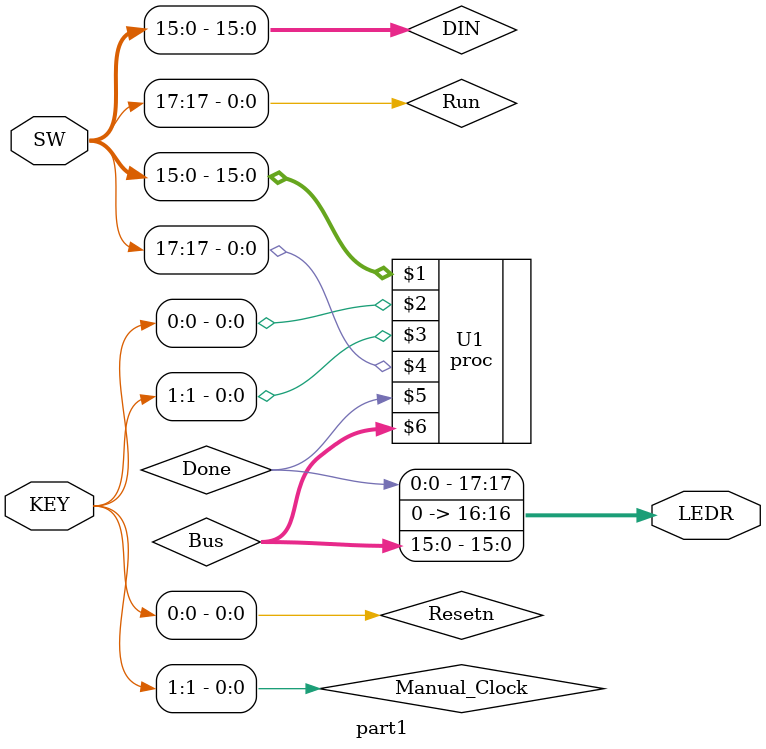
<source format=v>
module part1 (KEY, SW, LEDR);
	input [1:0] KEY;
	input [17:0] SW;
	output [17:0] LEDR;	

	wire Resetn, Manual_Clock, Run, Done;
	wire [15:0] DIN, Bus;

	assign Resetn = KEY[0];
	assign Manual_Clock = KEY[1];	
		// Note: can't use name Clock because this is defined as
		// the 50 MHz Clock coming into the FPGA from the board
	assign DIN = SW[15:0];
	assign Run = SW[17];

	// module proc(DIN, Resetn, Clock, Run, Done, Bus);
	proc U1 (DIN, Resetn, Manual_Clock, Run, Done, Bus);

	assign LEDR[15:0] = Bus;
	assign LEDR[16] = 1'b0;
	assign LEDR[17] = Done;

endmodule


</source>
